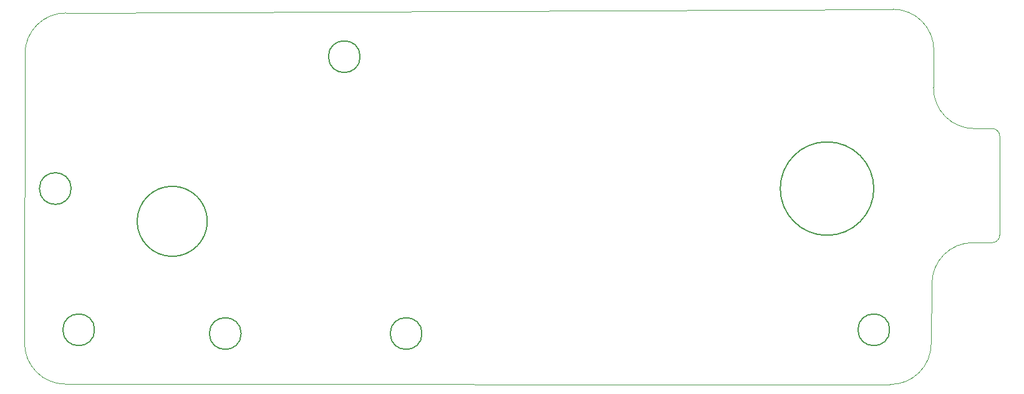
<source format=gbr>
%TF.GenerationSoftware,KiCad,Pcbnew,(5.1.10)-1*%
%TF.CreationDate,2021-11-16T17:05:13+11:00*%
%TF.ProjectId,FCS Panel PCB V2,46435320-5061-46e6-956c-205043422056,rev?*%
%TF.SameCoordinates,Original*%
%TF.FileFunction,Profile,NP*%
%FSLAX46Y46*%
G04 Gerber Fmt 4.6, Leading zero omitted, Abs format (unit mm)*
G04 Created by KiCad (PCBNEW (5.1.10)-1) date 2021-11-16 17:05:13*
%MOMM*%
%LPD*%
G01*
G04 APERTURE LIST*
%TA.AperFunction,Profile*%
%ADD10C,0.050000*%
%TD*%
%TA.AperFunction,Profile*%
%ADD11C,0.200000*%
%TD*%
G04 APERTURE END LIST*
D10*
X206298800Y-52070231D02*
X206248000Y-57099200D01*
X214223600Y-62687200D02*
X211785200Y-62687431D01*
X211632800Y-78181200D02*
X214223600Y-78181200D01*
X206044569Y-83718400D02*
X205943431Y-91897199D01*
X205943431Y-91897199D02*
G75*
G02*
X200355200Y-97434399I-5537432J-1D01*
G01*
X206044569Y-83718400D02*
G75*
G02*
X211632800Y-78181200I5537432J1D01*
G01*
X211785200Y-62687431D02*
G75*
G02*
X206248000Y-57099200I-1J5537432D01*
G01*
X200761600Y-46482000D02*
G75*
G02*
X206298800Y-52070231I1J-5537432D01*
G01*
X88392001Y-97383831D02*
G75*
G02*
X82854801Y-91795600I-1J5537432D01*
G01*
X82905369Y-52527201D02*
G75*
G02*
X88493600Y-46990001I5537432J1D01*
G01*
X215239600Y-77165200D02*
G75*
G02*
X214223600Y-78181200I-1016000J0D01*
G01*
X215239600Y-63703200D02*
X215239600Y-77165200D01*
X214223600Y-62687200D02*
G75*
G02*
X215239600Y-63703200I0J-1016000D01*
G01*
X88392001Y-97383831D02*
X200355200Y-97434399D01*
X82905369Y-52527201D02*
X82854801Y-91795600D01*
X200761600Y-46482000D02*
X88493600Y-46990001D01*
D11*
X128411531Y-52918860D02*
G75*
G03*
X128411531Y-52918860I-2152650J0D01*
G01*
X107663394Y-75282146D02*
G75*
G03*
X107663394Y-75282146I-4762500J0D01*
G01*
X136803543Y-90522146D02*
G75*
G03*
X136803543Y-90522146I-2152649J0D01*
G01*
X92353544Y-90014146D02*
G75*
G03*
X92353544Y-90014146I-2152650J0D01*
G01*
X200303543Y-90014146D02*
G75*
G03*
X200303543Y-90014146I-2152649J0D01*
G01*
X198150893Y-70837146D02*
G75*
G03*
X198150893Y-70837146I-6349999J0D01*
G01*
X112253544Y-90522146D02*
G75*
G03*
X112253544Y-90522146I-2152650J0D01*
G01*
X89178543Y-70832146D02*
G75*
G03*
X89178543Y-70832146I-2152649J0D01*
G01*
M02*

</source>
